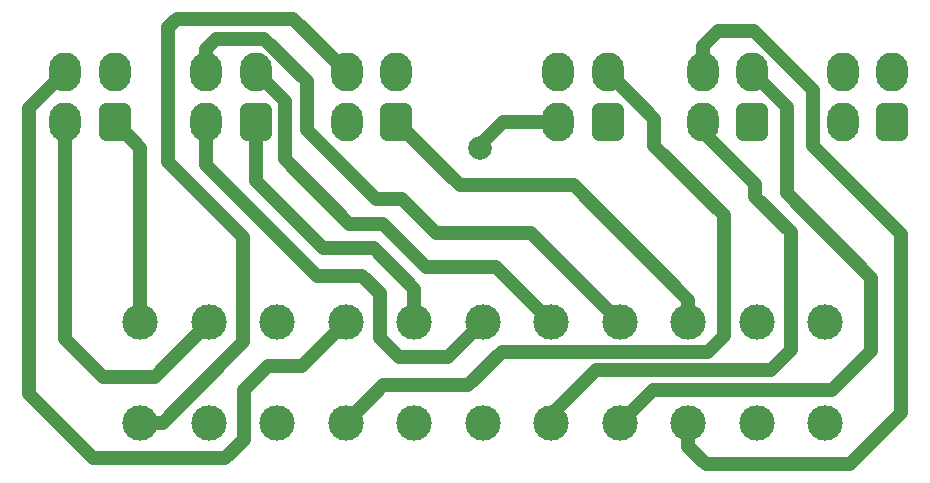
<source format=gtl>
G04 #@! TF.GenerationSoftware,KiCad,Pcbnew,6.0.11-2627ca5db0~126~ubuntu22.04.1*
G04 #@! TF.CreationDate,2026-01-10T21:31:22+11:00*
G04 #@! TF.ProjectId,CBR_AdapterBoard,4342525f-4164-4617-9074-6572426f6172,rev?*
G04 #@! TF.SameCoordinates,Original*
G04 #@! TF.FileFunction,Copper,L1,Top*
G04 #@! TF.FilePolarity,Positive*
%FSLAX46Y46*%
G04 Gerber Fmt 4.6, Leading zero omitted, Abs format (unit mm)*
G04 Created by KiCad (PCBNEW 6.0.11-2627ca5db0~126~ubuntu22.04.1) date 2026-01-10 21:31:22*
%MOMM*%
%LPD*%
G01*
G04 APERTURE LIST*
G04 Aperture macros list*
%AMRoundRect*
0 Rectangle with rounded corners*
0 $1 Rounding radius*
0 $2 $3 $4 $5 $6 $7 $8 $9 X,Y pos of 4 corners*
0 Add a 4 corners polygon primitive as box body*
4,1,4,$2,$3,$4,$5,$6,$7,$8,$9,$2,$3,0*
0 Add four circle primitives for the rounded corners*
1,1,$1+$1,$2,$3*
1,1,$1+$1,$4,$5*
1,1,$1+$1,$6,$7*
1,1,$1+$1,$8,$9*
0 Add four rect primitives between the rounded corners*
20,1,$1+$1,$2,$3,$4,$5,0*
20,1,$1+$1,$4,$5,$6,$7,0*
20,1,$1+$1,$6,$7,$8,$9,0*
20,1,$1+$1,$8,$9,$2,$3,0*%
G04 Aperture macros list end*
G04 #@! TA.AperFunction,ComponentPad*
%ADD10C,3.000000*%
G04 #@! TD*
G04 #@! TA.AperFunction,ComponentPad*
%ADD11RoundRect,0.675000X-0.675000X-0.975000X0.675000X-0.975000X0.675000X0.975000X-0.675000X0.975000X0*%
G04 #@! TD*
G04 #@! TA.AperFunction,ComponentPad*
%ADD12O,2.700000X3.300000*%
G04 #@! TD*
G04 #@! TA.AperFunction,ViaPad*
%ADD13C,2.000000*%
G04 #@! TD*
G04 #@! TA.AperFunction,Conductor*
%ADD14C,1.200000*%
G04 #@! TD*
G04 APERTURE END LIST*
D10*
X110975000Y-80500000D03*
X116775000Y-80500000D03*
X122575000Y-80500000D03*
X128375000Y-80500000D03*
X134175000Y-80500000D03*
X139975000Y-80500000D03*
X145775000Y-80500000D03*
X151575000Y-80500000D03*
X157375000Y-80500000D03*
X163175000Y-80500000D03*
X168975000Y-80500000D03*
X110975000Y-89000000D03*
X116775000Y-89000000D03*
X122575000Y-89000000D03*
X128375000Y-89000000D03*
X134175000Y-89000000D03*
X139975000Y-89000000D03*
X145775000Y-89000000D03*
X151575000Y-89000000D03*
X157375000Y-89000000D03*
X163175000Y-89000000D03*
X168975000Y-89000000D03*
D11*
X108800000Y-63520000D03*
D12*
X104600002Y-63520000D03*
X108800000Y-59320110D03*
X104600002Y-59320110D03*
D11*
X150575000Y-63520000D03*
D12*
X146375002Y-63520000D03*
X150575000Y-59320110D03*
X146375002Y-59320110D03*
D11*
X132650000Y-63520000D03*
D12*
X128450002Y-63520000D03*
X132650000Y-59320110D03*
X128450002Y-59320110D03*
D11*
X120750000Y-63520000D03*
D12*
X116550002Y-63520000D03*
X120750000Y-59320110D03*
X116550002Y-59320110D03*
D11*
X162800000Y-63520000D03*
D12*
X158600002Y-63520000D03*
X162800000Y-59320110D03*
X158600002Y-59320110D03*
D11*
X174650000Y-63520000D03*
D12*
X170450002Y-63520000D03*
X174650000Y-59320110D03*
X170450002Y-59320110D03*
D13*
X139700000Y-65740000D03*
D14*
X110975000Y-65695000D02*
X108800000Y-63520000D01*
X110975000Y-65695000D02*
X110975000Y-80500000D01*
X116775000Y-80500000D02*
X112185000Y-85090000D01*
X104600002Y-81880002D02*
X104600002Y-63520000D01*
X112185000Y-85090000D02*
X107810000Y-85090000D01*
X107810000Y-85090000D02*
X104600002Y-81880002D01*
X101575000Y-86570000D02*
X107000000Y-91995000D01*
X121765000Y-84230000D02*
X124645000Y-84230000D01*
X124645000Y-84230000D02*
X128375000Y-80500000D01*
X107000000Y-91995000D02*
X118175000Y-91995000D01*
X101575000Y-62345112D02*
X101575000Y-86570000D01*
X104600002Y-59320110D02*
X101575000Y-62345112D01*
X119750000Y-86245000D02*
X121765000Y-84230000D01*
X118175000Y-91995000D02*
X119750000Y-90420000D01*
X119750000Y-90420000D02*
X119750000Y-86245000D01*
X120750000Y-68495000D02*
X120750000Y-63520000D01*
X126450000Y-74195000D02*
X120750000Y-68495000D01*
X134175000Y-80500000D02*
X134175000Y-77645000D01*
X134175000Y-77645000D02*
X130725000Y-74195000D01*
X130725000Y-74195000D02*
X126450000Y-74195000D01*
X137045000Y-83430000D02*
X139975000Y-80500000D01*
X131230000Y-78000000D02*
X131230000Y-81820000D01*
X116550002Y-63520000D02*
X116550002Y-67170002D01*
X131230000Y-81820000D02*
X132840000Y-83430000D01*
X116550002Y-67170002D02*
X125925000Y-76545000D01*
X129775000Y-76545000D02*
X131230000Y-78000000D01*
X132840000Y-83430000D02*
X137045000Y-83430000D01*
X125925000Y-76545000D02*
X129775000Y-76545000D01*
X120750000Y-59320110D02*
X123200000Y-61770110D01*
X128675000Y-72145000D02*
X131525000Y-72145000D01*
X141070000Y-75795000D02*
X145775000Y-80500000D01*
X123200000Y-66670000D02*
X128675000Y-72145000D01*
X135175000Y-75795000D02*
X141070000Y-75795000D01*
X123200000Y-61770110D02*
X123200000Y-66670000D01*
X131525000Y-72145000D02*
X135175000Y-75795000D01*
X133150000Y-70045000D02*
X130900000Y-70045000D01*
X151575000Y-80500000D02*
X144015000Y-72940000D01*
X117422347Y-56472653D02*
X116550002Y-57344998D01*
X121452653Y-56472653D02*
X117422347Y-56472653D01*
X130900000Y-70045000D02*
X125075000Y-64220000D01*
X125075000Y-60095000D02*
X121452653Y-56472653D01*
X116550002Y-57344998D02*
X116550002Y-59320110D01*
X125075000Y-64220000D02*
X125075000Y-60095000D01*
X136045000Y-72940000D02*
X133150000Y-70045000D01*
X144015000Y-72940000D02*
X136045000Y-72940000D01*
X157375000Y-78605000D02*
X157375000Y-80500000D01*
X132650000Y-63520000D02*
X138030000Y-68900000D01*
X138030000Y-68900000D02*
X147670000Y-68900000D01*
X147670000Y-68900000D02*
X157375000Y-78605000D01*
X110975000Y-89000000D02*
X112860000Y-89000000D01*
X113325000Y-66945000D02*
X113325000Y-55520000D01*
X118160000Y-83700000D02*
X118160000Y-83680000D01*
X114050000Y-54795000D02*
X123924892Y-54795000D01*
X116825000Y-70420000D02*
X116800000Y-70420000D01*
X116800000Y-70420000D02*
X113325000Y-66945000D01*
X112860000Y-89000000D02*
X118160000Y-83700000D01*
X119680000Y-73275000D02*
X116825000Y-70420000D01*
X113325000Y-55520000D02*
X114050000Y-54795000D01*
X123924892Y-54795000D02*
X128450002Y-59320110D01*
X118160000Y-83680000D02*
X119680000Y-82160000D01*
X119680000Y-82160000D02*
X119680000Y-73275000D01*
X139700000Y-65740000D02*
X139700000Y-65500000D01*
X139700000Y-65500000D02*
X141680000Y-63520000D01*
X141680000Y-63520000D02*
X146375002Y-63520000D01*
X154510000Y-63255110D02*
X150575000Y-59320110D01*
X131545000Y-85830000D02*
X138765000Y-85830000D01*
X128375000Y-89000000D02*
X131545000Y-85830000D01*
X160370000Y-81620000D02*
X160370000Y-71420000D01*
X160370000Y-71420000D02*
X154510000Y-65560000D01*
X138765000Y-85830000D02*
X141615000Y-82980000D01*
X154510000Y-65560000D02*
X154510000Y-63255110D01*
X159010000Y-82980000D02*
X160370000Y-81620000D01*
X141615000Y-82980000D02*
X159010000Y-82980000D01*
X149550000Y-84540000D02*
X145775000Y-88315000D01*
X145775000Y-88315000D02*
X145775000Y-89000000D01*
X166050000Y-82870000D02*
X164380000Y-84540000D01*
X166050000Y-72845000D02*
X166050000Y-82870000D01*
X158600002Y-63520000D02*
X158600002Y-64345002D01*
X164380000Y-84540000D02*
X149550000Y-84540000D01*
X163050000Y-68795000D02*
X163050000Y-69845000D01*
X163050000Y-69845000D02*
X166050000Y-72845000D01*
X158600002Y-64345002D02*
X163050000Y-68795000D01*
X172850000Y-76720000D02*
X165700000Y-69570000D01*
X165700000Y-69570000D02*
X165700000Y-62220110D01*
X154345000Y-86230000D02*
X169540000Y-86230000D01*
X151575000Y-89000000D02*
X154345000Y-86230000D01*
X169540000Y-86230000D02*
X172850000Y-82920000D01*
X165700000Y-62220110D02*
X162800000Y-59320110D01*
X172850000Y-82920000D02*
X172850000Y-76720000D01*
X158600002Y-57094998D02*
X159850000Y-55845000D01*
X162937500Y-55845000D02*
X167900000Y-60807500D01*
X171025000Y-92520000D02*
X158860000Y-92520000D01*
X175375000Y-72995000D02*
X175375000Y-88170000D01*
X159850000Y-55845000D02*
X162937500Y-55845000D01*
X167900000Y-60807500D02*
X167900000Y-65520000D01*
X158600002Y-59320110D02*
X158600002Y-57094998D01*
X175375000Y-88170000D02*
X171025000Y-92520000D01*
X157375000Y-91035000D02*
X157375000Y-89000000D01*
X158860000Y-92520000D02*
X157375000Y-91035000D01*
X167900000Y-65520000D02*
X175375000Y-72995000D01*
M02*

</source>
